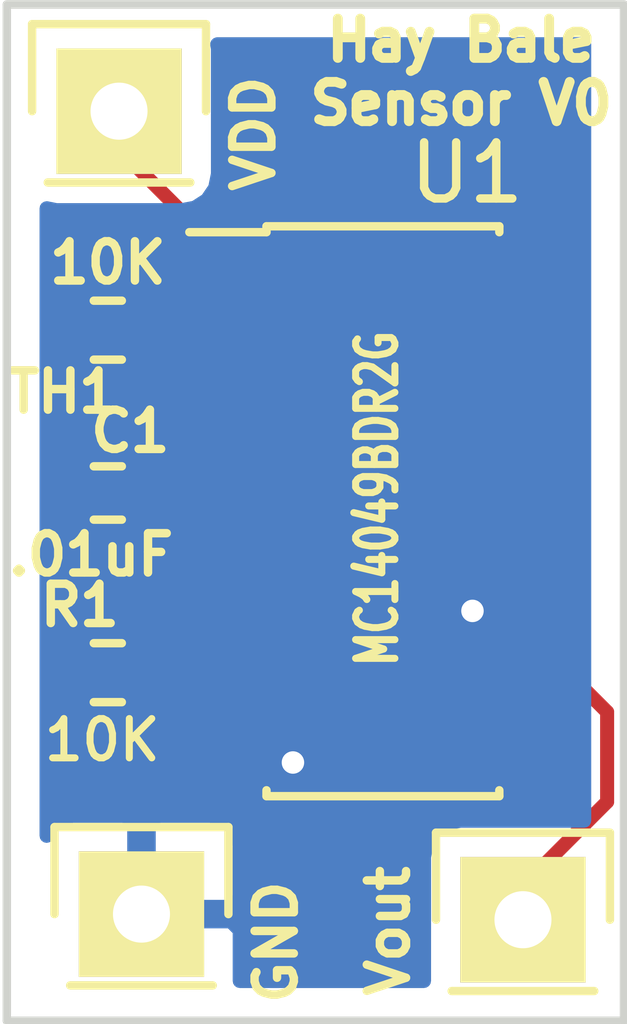
<source format=kicad_pcb>
(kicad_pcb (version 4) (host pcbnew 4.0.1-stable)

  (general
    (links 13)
    (no_connects 0)
    (area 146.324999 100.924999 157.475001 119.175001)
    (thickness 1.6)
    (drawings 5)
    (tracks 39)
    (zones 0)
    (modules 7)
    (nets 13)
  )

  (page A4)
  (layers
    (0 F.Cu signal)
    (31 B.Cu power)
    (32 B.Adhes user)
    (33 F.Adhes user)
    (34 B.Paste user)
    (35 F.Paste user)
    (36 B.SilkS user)
    (37 F.SilkS user)
    (38 B.Mask user)
    (39 F.Mask user)
    (40 Dwgs.User user)
    (41 Cmts.User user)
    (42 Eco1.User user)
    (43 Eco2.User user)
    (44 Edge.Cuts user)
    (45 Margin user)
    (46 B.CrtYd user)
    (47 F.CrtYd user)
    (48 B.Fab user)
    (49 F.Fab user)
  )

  (setup
    (last_trace_width 0.25)
    (trace_clearance 0.2)
    (zone_clearance 0.508)
    (zone_45_only yes)
    (trace_min 0.2)
    (segment_width 0.2)
    (edge_width 0.15)
    (via_size 0.6)
    (via_drill 0.4)
    (via_min_size 0.4)
    (via_min_drill 0.3)
    (uvia_size 0.3)
    (uvia_drill 0.1)
    (uvias_allowed no)
    (uvia_min_size 0.2)
    (uvia_min_drill 0.1)
    (pcb_text_width 0.3)
    (pcb_text_size 1.5 1.5)
    (mod_edge_width 0.15)
    (mod_text_size 1 1)
    (mod_text_width 0.15)
    (pad_size 1.524 1.524)
    (pad_drill 0.762)
    (pad_to_mask_clearance 0.2)
    (aux_axis_origin 0 0)
    (visible_elements 7FFFFFFF)
    (pcbplotparams
      (layerselection 0x00030_80000001)
      (usegerberextensions false)
      (excludeedgelayer true)
      (linewidth 0.100000)
      (plotframeref false)
      (viasonmask false)
      (mode 1)
      (useauxorigin false)
      (hpglpennumber 1)
      (hpglpenspeed 20)
      (hpglpendiameter 15)
      (hpglpenoverlay 2)
      (psnegative false)
      (psa4output false)
      (plotreference true)
      (plotvalue true)
      (plotinvisibletext false)
      (padsonsilk false)
      (subtractmaskfromsilk false)
      (outputformat 1)
      (mirror false)
      (drillshape 1)
      (scaleselection 1)
      (outputdirectory ""))
  )

  (net 0 "")
  (net 1 "Net-(C1-Pad1)")
  (net 2 GND)
  (net 3 "Net-(P1-Pad1)")
  (net 4 VDD)
  (net 5 "Net-(R1-Pad1)")
  (net 6 "Net-(TH1-Pad1)")
  (net 7 "Net-(U1-Pad13)")
  (net 8 "Net-(U1-Pad16)")
  (net 9 "Net-(U1-Pad5)")
  (net 10 "Net-(U1-Pad12)")
  (net 11 "Net-(U1-Pad15)")
  (net 12 "Net-(C1-Pad2)")

  (net_class Default "This is the default net class."
    (clearance 0.2)
    (trace_width 0.25)
    (via_dia 0.6)
    (via_drill 0.4)
    (uvia_dia 0.3)
    (uvia_drill 0.1)
    (add_net GND)
    (add_net "Net-(C1-Pad1)")
    (add_net "Net-(C1-Pad2)")
    (add_net "Net-(P1-Pad1)")
    (add_net "Net-(R1-Pad1)")
    (add_net "Net-(TH1-Pad1)")
    (add_net "Net-(U1-Pad12)")
    (add_net "Net-(U1-Pad13)")
    (add_net "Net-(U1-Pad15)")
    (add_net "Net-(U1-Pad16)")
    (add_net "Net-(U1-Pad5)")
    (add_net VDD)
  )

  (module Capacitors_SMD:C_0402 (layer F.Cu) (tedit 57681AA7) (tstamp 576816D6)
    (at 148.2 109.7 180)
    (descr "Capacitor SMD 0402, reflow soldering, AVX (see smccp.pdf)")
    (tags "capacitor 0402")
    (path /57680C98)
    (attr smd)
    (fp_text reference C1 (at -0.4 1.1 180) (layer F.SilkS)
      (effects (font (size 0.7 0.7) (thickness 0.15)))
    )
    (fp_text value .01uF (at 0.3 -1.1 180) (layer F.SilkS)
      (effects (font (size 0.7 0.7) (thickness 0.15)))
    )
    (fp_line (start -1.15 -0.6) (end 1.15 -0.6) (layer F.CrtYd) (width 0.05))
    (fp_line (start -1.15 0.6) (end 1.15 0.6) (layer F.CrtYd) (width 0.05))
    (fp_line (start -1.15 -0.6) (end -1.15 0.6) (layer F.CrtYd) (width 0.05))
    (fp_line (start 1.15 -0.6) (end 1.15 0.6) (layer F.CrtYd) (width 0.05))
    (fp_line (start 0.25 -0.475) (end -0.25 -0.475) (layer F.SilkS) (width 0.15))
    (fp_line (start -0.25 0.475) (end 0.25 0.475) (layer F.SilkS) (width 0.15))
    (pad 1 smd rect (at -0.55 0 180) (size 0.6 0.5) (layers F.Cu F.Paste F.Mask)
      (net 1 "Net-(C1-Pad1)"))
    (pad 2 smd rect (at 0.55 0 180) (size 0.6 0.5) (layers F.Cu F.Paste F.Mask)
      (net 12 "Net-(C1-Pad2)"))
    (model Capacitors_SMD.3dshapes/C_0402.wrl
      (at (xyz 0 0 0))
      (scale (xyz 1 1 1))
      (rotate (xyz 0 0 0))
    )
  )

  (module Pin_Headers:Pin_Header_Straight_1x01 (layer F.Cu) (tedit 5768277D) (tstamp 576816DB)
    (at 155.6 117.3)
    (descr "Through hole pin header")
    (tags "pin header")
    (path /576827B7)
    (fp_text reference P1 (at -2.3 -2) (layer F.Fab)
      (effects (font (size 1 1) (thickness 0.15)))
    )
    (fp_text value Vout (at -2.4 0.2 90) (layer F.SilkS)
      (effects (font (size 0.7 0.7) (thickness 0.15)))
    )
    (fp_line (start 1.55 -1.55) (end 1.55 0) (layer F.SilkS) (width 0.15))
    (fp_line (start -1.75 -1.75) (end -1.75 1.75) (layer F.CrtYd) (width 0.05))
    (fp_line (start 1.75 -1.75) (end 1.75 1.75) (layer F.CrtYd) (width 0.05))
    (fp_line (start -1.75 -1.75) (end 1.75 -1.75) (layer F.CrtYd) (width 0.05))
    (fp_line (start -1.75 1.75) (end 1.75 1.75) (layer F.CrtYd) (width 0.05))
    (fp_line (start -1.55 0) (end -1.55 -1.55) (layer F.SilkS) (width 0.15))
    (fp_line (start -1.55 -1.55) (end 1.55 -1.55) (layer F.SilkS) (width 0.15))
    (fp_line (start -1.27 1.27) (end 1.27 1.27) (layer F.SilkS) (width 0.15))
    (pad 1 thru_hole rect (at 0 0) (size 2.2352 2.2352) (drill 1.016) (layers *.Cu *.Mask F.SilkS)
      (net 3 "Net-(P1-Pad1)"))
    (model Pin_Headers.3dshapes/Pin_Header_Straight_1x01.wrl
      (at (xyz 0 0 0))
      (scale (xyz 1 1 1))
      (rotate (xyz 0 0 90))
    )
  )

  (module Pin_Headers:Pin_Header_Straight_1x01 (layer F.Cu) (tedit 576827BB) (tstamp 576816E0)
    (at 148.4 102.9)
    (descr "Through hole pin header")
    (tags "pin header")
    (path /57682706)
    (fp_text reference P2 (at 4.2 3) (layer F.Fab)
      (effects (font (size 1 1) (thickness 0.15)))
    )
    (fp_text value VDD (at 2.4 0.4 90) (layer F.SilkS)
      (effects (font (size 0.7 0.7) (thickness 0.15)))
    )
    (fp_line (start 1.55 -1.55) (end 1.55 0) (layer F.SilkS) (width 0.15))
    (fp_line (start -1.75 -1.75) (end -1.75 1.75) (layer F.CrtYd) (width 0.05))
    (fp_line (start 1.75 -1.75) (end 1.75 1.75) (layer F.CrtYd) (width 0.05))
    (fp_line (start -1.75 -1.75) (end 1.75 -1.75) (layer F.CrtYd) (width 0.05))
    (fp_line (start -1.75 1.75) (end 1.75 1.75) (layer F.CrtYd) (width 0.05))
    (fp_line (start -1.55 0) (end -1.55 -1.55) (layer F.SilkS) (width 0.15))
    (fp_line (start -1.55 -1.55) (end 1.55 -1.55) (layer F.SilkS) (width 0.15))
    (fp_line (start -1.27 1.27) (end 1.27 1.27) (layer F.SilkS) (width 0.15))
    (pad 1 thru_hole rect (at 0 0) (size 2.2352 2.2352) (drill 1.016) (layers *.Cu *.Mask F.SilkS)
      (net 4 VDD))
    (model Pin_Headers.3dshapes/Pin_Header_Straight_1x01.wrl
      (at (xyz 0 0 0))
      (scale (xyz 1 1 1))
      (rotate (xyz 0 0 90))
    )
  )

  (module Pin_Headers:Pin_Header_Straight_1x01 (layer F.Cu) (tedit 5768277F) (tstamp 576816E5)
    (at 148.8 117.2)
    (descr "Through hole pin header")
    (tags "pin header")
    (path /5768281A)
    (fp_text reference P3 (at 4.2 -3.2) (layer F.Fab)
      (effects (font (size 1 1) (thickness 0.15)))
    )
    (fp_text value GND (at 2.4 0.5 90) (layer F.SilkS)
      (effects (font (size 0.7 0.7) (thickness 0.15)))
    )
    (fp_line (start 1.55 -1.55) (end 1.55 0) (layer F.SilkS) (width 0.15))
    (fp_line (start -1.75 -1.75) (end -1.75 1.75) (layer F.CrtYd) (width 0.05))
    (fp_line (start 1.75 -1.75) (end 1.75 1.75) (layer F.CrtYd) (width 0.05))
    (fp_line (start -1.75 -1.75) (end 1.75 -1.75) (layer F.CrtYd) (width 0.05))
    (fp_line (start -1.75 1.75) (end 1.75 1.75) (layer F.CrtYd) (width 0.05))
    (fp_line (start -1.55 0) (end -1.55 -1.55) (layer F.SilkS) (width 0.15))
    (fp_line (start -1.55 -1.55) (end 1.55 -1.55) (layer F.SilkS) (width 0.15))
    (fp_line (start -1.27 1.27) (end 1.27 1.27) (layer F.SilkS) (width 0.15))
    (pad 1 thru_hole rect (at 0 0) (size 2.2352 2.2352) (drill 1.016) (layers *.Cu *.Mask F.SilkS)
      (net 2 GND))
    (model Pin_Headers.3dshapes/Pin_Header_Straight_1x01.wrl
      (at (xyz 0 0 0))
      (scale (xyz 1 1 1))
      (rotate (xyz 0 0 90))
    )
  )

  (module Resistors_SMD:R_0402 (layer F.Cu) (tedit 57681A80) (tstamp 576816EB)
    (at 148.2 112.9 180)
    (descr "Resistor SMD 0402, reflow soldering, Vishay (see dcrcw.pdf)")
    (tags "resistor 0402")
    (path /57680AF4)
    (attr smd)
    (fp_text reference R1 (at 0.5 1.2 180) (layer F.SilkS)
      (effects (font (size 0.7 0.7) (thickness 0.15)))
    )
    (fp_text value 10K (at 0.1 -1.2 360) (layer F.SilkS)
      (effects (font (size 0.7 0.7) (thickness 0.125)))
    )
    (fp_line (start -0.95 -0.65) (end 0.95 -0.65) (layer F.CrtYd) (width 0.05))
    (fp_line (start -0.95 0.65) (end 0.95 0.65) (layer F.CrtYd) (width 0.05))
    (fp_line (start -0.95 -0.65) (end -0.95 0.65) (layer F.CrtYd) (width 0.05))
    (fp_line (start 0.95 -0.65) (end 0.95 0.65) (layer F.CrtYd) (width 0.05))
    (fp_line (start 0.25 -0.525) (end -0.25 -0.525) (layer F.SilkS) (width 0.15))
    (fp_line (start -0.25 0.525) (end 0.25 0.525) (layer F.SilkS) (width 0.15))
    (pad 1 smd rect (at -0.45 0 180) (size 0.4 0.6) (layers F.Cu F.Paste F.Mask)
      (net 5 "Net-(R1-Pad1)"))
    (pad 2 smd rect (at 0.45 0 180) (size 0.4 0.6) (layers F.Cu F.Paste F.Mask)
      (net 12 "Net-(C1-Pad2)"))
    (model Resistors_SMD.3dshapes/R_0402.wrl
      (at (xyz 0 0 0))
      (scale (xyz 1 1 1))
      (rotate (xyz 0 0 0))
    )
  )

  (module Resistors_SMD:R_0402 (layer F.Cu) (tedit 57681AA9) (tstamp 576816F1)
    (at 148.2 106.8 180)
    (descr "Resistor SMD 0402, reflow soldering, Vishay (see dcrcw.pdf)")
    (tags "resistor 0402")
    (path /57680BD3)
    (attr smd)
    (fp_text reference TH1 (at 0.8 -1.1 180) (layer F.SilkS)
      (effects (font (size 0.7 0.7) (thickness 0.15)))
    )
    (fp_text value 10K (at 0 1.2 360) (layer F.SilkS)
      (effects (font (size 0.7 0.7) (thickness 0.15)))
    )
    (fp_line (start -0.95 -0.65) (end 0.95 -0.65) (layer F.CrtYd) (width 0.05))
    (fp_line (start -0.95 0.65) (end 0.95 0.65) (layer F.CrtYd) (width 0.05))
    (fp_line (start -0.95 -0.65) (end -0.95 0.65) (layer F.CrtYd) (width 0.05))
    (fp_line (start 0.95 -0.65) (end 0.95 0.65) (layer F.CrtYd) (width 0.05))
    (fp_line (start 0.25 -0.525) (end -0.25 -0.525) (layer F.SilkS) (width 0.15))
    (fp_line (start -0.25 0.525) (end 0.25 0.525) (layer F.SilkS) (width 0.15))
    (pad 1 smd rect (at -0.45 0 180) (size 0.4 0.6) (layers F.Cu F.Paste F.Mask)
      (net 6 "Net-(TH1-Pad1)"))
    (pad 2 smd rect (at 0.45 0 180) (size 0.4 0.6) (layers F.Cu F.Paste F.Mask)
      (net 12 "Net-(C1-Pad2)"))
    (model Resistors_SMD.3dshapes/R_0402.wrl
      (at (xyz 0 0 0))
      (scale (xyz 1 1 1))
      (rotate (xyz 0 0 0))
    )
  )

  (module Housings_SOIC:SOIC-16_3.9x9.9mm_Pitch1.27mm (layer F.Cu) (tedit 57681ACF) (tstamp 57681705)
    (at 153.103571 110.025)
    (descr "16-Lead Plastic Small Outline (SL) - Narrow, 3.90 mm Body [SOIC] (see Microchip Packaging Specification 00000049BS.pdf)")
    (tags "SOIC 1.27")
    (path /576815FB)
    (attr smd)
    (fp_text reference U1 (at 1.496429 -6.025) (layer F.SilkS)
      (effects (font (size 1 1) (thickness 0.15)))
    )
    (fp_text value MC14049BDR2G (at -0.103571 -0.225 90) (layer F.SilkS)
      (effects (font (size 0.7 0.5) (thickness 0.125)))
    )
    (fp_line (start -3.7 -5.25) (end -3.7 5.25) (layer F.CrtYd) (width 0.05))
    (fp_line (start 3.7 -5.25) (end 3.7 5.25) (layer F.CrtYd) (width 0.05))
    (fp_line (start -3.7 -5.25) (end 3.7 -5.25) (layer F.CrtYd) (width 0.05))
    (fp_line (start -3.7 5.25) (end 3.7 5.25) (layer F.CrtYd) (width 0.05))
    (fp_line (start -2.075 -5.075) (end -2.075 -4.97) (layer F.SilkS) (width 0.15))
    (fp_line (start 2.075 -5.075) (end 2.075 -4.97) (layer F.SilkS) (width 0.15))
    (fp_line (start 2.075 5.075) (end 2.075 4.97) (layer F.SilkS) (width 0.15))
    (fp_line (start -2.075 5.075) (end -2.075 4.97) (layer F.SilkS) (width 0.15))
    (fp_line (start -2.075 -5.075) (end 2.075 -5.075) (layer F.SilkS) (width 0.15))
    (fp_line (start -2.075 5.075) (end 2.075 5.075) (layer F.SilkS) (width 0.15))
    (fp_line (start -2.075 -4.97) (end -3.45 -4.97) (layer F.SilkS) (width 0.15))
    (pad 1 smd rect (at -2.7 -4.445) (size 1.5 0.6) (layers F.Cu F.Paste F.Mask)
      (net 4 VDD))
    (pad 2 smd rect (at -2.7 -3.175) (size 1.5 0.6) (layers F.Cu F.Paste F.Mask)
      (net 6 "Net-(TH1-Pad1)"))
    (pad 3 smd rect (at -2.7 -1.905) (size 1.5 0.6) (layers F.Cu F.Paste F.Mask)
      (net 1 "Net-(C1-Pad1)"))
    (pad 4 smd rect (at -2.7 -0.635) (size 1.5 0.6) (layers F.Cu F.Paste F.Mask)
      (net 1 "Net-(C1-Pad1)"))
    (pad 5 smd rect (at -2.7 0.635) (size 1.5 0.6) (layers F.Cu F.Paste F.Mask)
      (net 9 "Net-(U1-Pad5)"))
    (pad 6 smd rect (at -2.7 1.905) (size 1.5 0.6) (layers F.Cu F.Paste F.Mask)
      (net 9 "Net-(U1-Pad5)"))
    (pad 7 smd rect (at -2.7 3.175) (size 1.5 0.6) (layers F.Cu F.Paste F.Mask)
      (net 5 "Net-(R1-Pad1)"))
    (pad 8 smd rect (at -2.7 4.445) (size 1.5 0.6) (layers F.Cu F.Paste F.Mask)
      (net 2 GND))
    (pad 9 smd rect (at 2.7 4.445) (size 1.5 0.6) (layers F.Cu F.Paste F.Mask)
      (net 9 "Net-(U1-Pad5)"))
    (pad 10 smd rect (at 2.7 3.175) (size 1.5 0.6) (layers F.Cu F.Paste F.Mask)
      (net 3 "Net-(P1-Pad1)"))
    (pad 11 smd rect (at 2.7 1.905) (size 1.5 0.6) (layers F.Cu F.Paste F.Mask)
      (net 2 GND))
    (pad 12 smd rect (at 2.7 0.635) (size 1.5 0.6) (layers F.Cu F.Paste F.Mask)
      (net 10 "Net-(U1-Pad12)"))
    (pad 13 smd rect (at 2.7 -0.635) (size 1.5 0.6) (layers F.Cu F.Paste F.Mask)
      (net 7 "Net-(U1-Pad13)"))
    (pad 14 smd rect (at 2.7 -1.905) (size 1.5 0.6) (layers F.Cu F.Paste F.Mask)
      (net 10 "Net-(U1-Pad12)"))
    (pad 15 smd rect (at 2.7 -3.175) (size 1.5 0.6) (layers F.Cu F.Paste F.Mask)
      (net 11 "Net-(U1-Pad15)"))
    (pad 16 smd rect (at 2.7 -4.445) (size 1.5 0.6) (layers F.Cu F.Paste F.Mask)
      (net 8 "Net-(U1-Pad16)"))
    (model Housings_SOIC.3dshapes/SOIC-16_3.9x9.9mm_Pitch1.27mm.wrl
      (at (xyz 0 0 0))
      (scale (xyz 1 1 1))
      (rotate (xyz 0 0 0))
    )
  )

  (gr_text "Hay Bale\nSensor V0" (at 154.5 102.2) (layer F.SilkS)
    (effects (font (size 0.7 0.7) (thickness 0.175)))
  )
  (gr_line (start 157.4 101) (end 146.4 101) (angle 90) (layer Edge.Cuts) (width 0.15))
  (gr_line (start 157.4 119.1) (end 157.4 101) (angle 90) (layer Edge.Cuts) (width 0.15))
  (gr_line (start 146.4 119.1) (end 157.4 119.1) (angle 90) (layer Edge.Cuts) (width 0.15))
  (gr_line (start 146.4 101) (end 146.4 119.1) (angle 90) (layer Edge.Cuts) (width 0.15))

  (segment (start 150.403571 108.12) (end 150.403571 109.39) (width 0.25) (layer F.Cu) (net 1))
  (segment (start 148.75 109.7) (end 150.093571 109.7) (width 0.25) (layer F.Cu) (net 1))
  (segment (start 150.093571 109.7) (end 150.403571 109.39) (width 0.25) (layer F.Cu) (net 1) (tstamp 57681C40))
  (segment (start 150.403571 114.47) (end 151.47 114.47) (width 0.25) (layer F.Cu) (net 2))
  (via (at 151.5 114.5) (size 0.6) (drill 0.4) (layers F.Cu B.Cu) (net 2))
  (segment (start 151.47 114.47) (end 151.5 114.5) (width 0.25) (layer F.Cu) (net 2) (tstamp 57681C58))
  (segment (start 155.803571 111.93) (end 154.83 111.93) (width 0.25) (layer F.Cu) (net 2))
  (via (at 154.7 111.8) (size 0.6) (drill 0.4) (layers F.Cu B.Cu) (net 2))
  (segment (start 154.83 111.93) (end 154.7 111.8) (width 0.25) (layer F.Cu) (net 2) (tstamp 57681C4E))
  (segment (start 150.273571 114.6) (end 150.403571 114.47) (width 0.25) (layer F.Cu) (net 2) (tstamp 57681BD9))
  (segment (start 155.6 117.3) (end 155.6 116.7) (width 0.25) (layer F.Cu) (net 3))
  (segment (start 155.6 116.7) (end 157.1 115.2) (width 0.25) (layer F.Cu) (net 3) (tstamp 57681C0B))
  (segment (start 157.1 115.2) (end 157.1 113.6) (width 0.25) (layer F.Cu) (net 3) (tstamp 57681C17))
  (segment (start 157.1 113.6) (end 156.7 113.2) (width 0.25) (layer F.Cu) (net 3) (tstamp 57681C1A))
  (segment (start 156.7 113.2) (end 155.803571 113.2) (width 0.25) (layer F.Cu) (net 3) (tstamp 57681C1B))
  (segment (start 148.4 102.9) (end 148.4 103.576429) (width 0.25) (layer F.Cu) (net 4))
  (segment (start 148.4 103.576429) (end 150.403571 105.58) (width 0.25) (layer F.Cu) (net 4) (tstamp 57681C06))
  (segment (start 148.65 112.9) (end 150.103571 112.9) (width 0.25) (layer F.Cu) (net 5))
  (segment (start 150.103571 112.9) (end 150.403571 113.2) (width 0.25) (layer F.Cu) (net 5) (tstamp 57681C3B))
  (segment (start 148.65 106.8) (end 150.353571 106.8) (width 0.25) (layer F.Cu) (net 6))
  (segment (start 150.353571 106.8) (end 150.403571 106.85) (width 0.25) (layer F.Cu) (net 6) (tstamp 57681C45))
  (segment (start 150.403571 110.66) (end 150.403571 111.93) (width 0.25) (layer F.Cu) (net 9))
  (segment (start 155.803571 114.47) (end 155.27 114.47) (width 0.25) (layer F.Cu) (net 9))
  (segment (start 155.27 114.47) (end 152.73 111.93) (width 0.25) (layer F.Cu) (net 9) (tstamp 57681C2D))
  (segment (start 152.73 111.93) (end 150.403571 111.93) (width 0.25) (layer F.Cu) (net 9) (tstamp 57681C33))
  (segment (start 155.803571 110.66) (end 154.46 110.66) (width 0.25) (layer F.Cu) (net 10))
  (segment (start 154.78 108.12) (end 155.803571 108.12) (width 0.25) (layer F.Cu) (net 10) (tstamp 57681CA7))
  (segment (start 154.2 108.7) (end 154.78 108.12) (width 0.25) (layer F.Cu) (net 10) (tstamp 57681CA6))
  (segment (start 154.2 110.4) (end 154.2 108.7) (width 0.25) (layer F.Cu) (net 10) (tstamp 57681CA5))
  (segment (start 154.46 110.66) (end 154.2 110.4) (width 0.25) (layer F.Cu) (net 10) (tstamp 57681CA2))
  (segment (start 147.65 110.3) (end 147.65 112.8) (width 0.25) (layer F.Cu) (net 12))
  (segment (start 147.65 112.8) (end 147.75 112.9) (width 0.25) (layer F.Cu) (net 12) (tstamp 576C0BCF))
  (segment (start 147.75 107.5) (end 147.75 109.6) (width 0.25) (layer F.Cu) (net 12))
  (segment (start 147.75 109.6) (end 147.65 109.7) (width 0.25) (layer F.Cu) (net 12) (tstamp 576C0BCA))
  (segment (start 147.75 107.65) (end 147.8 107.7) (width 0.25) (layer F.Cu) (net 12) (tstamp 576829BC))
  (segment (start 147.75 106.8) (end 147.75 107.5) (width 0.25) (layer F.Cu) (net 12))
  (segment (start 147.75 107.5) (end 147.75 107.65) (width 0.25) (layer F.Cu) (net 12) (tstamp 576C0BC8))
  (segment (start 147.65 110.15) (end 147.65 110.3) (width 0.25) (layer F.Cu) (net 12))
  (segment (start 147.65 109.7) (end 147.65 110.15) (width 0.25) (layer F.Cu) (net 12))

  (zone (net 2) (net_name GND) (layer B.Cu) (tstamp 57681BB1) (hatch edge 0.508)
    (connect_pads (clearance 0.508))
    (min_thickness 0.254)
    (fill yes (arc_segments 16) (thermal_gap 0.508) (thermal_bridge_width 0.508))
    (polygon
      (pts
        (xy 157.4 119.1) (xy 146.4 119.1) (xy 146.4 101) (xy 157.4 101) (xy 157.4 119.1)
      )
    )
    (filled_polygon
      (pts
        (xy 156.69 115.53496) (xy 154.4824 115.53496) (xy 154.247083 115.579238) (xy 154.030959 115.71831) (xy 153.885969 115.93051)
        (xy 153.83496 116.1824) (xy 153.83496 118.39) (xy 150.5526 118.39) (xy 150.5526 117.48575) (xy 150.39385 117.327)
        (xy 148.927 117.327) (xy 148.927 117.347) (xy 148.673 117.347) (xy 148.673 117.327) (xy 148.653 117.327)
        (xy 148.653 117.073) (xy 148.673 117.073) (xy 148.673 115.60615) (xy 148.927 115.60615) (xy 148.927 117.073)
        (xy 150.39385 117.073) (xy 150.5526 116.91425) (xy 150.5526 115.95609) (xy 150.455927 115.722701) (xy 150.277298 115.544073)
        (xy 150.043909 115.4474) (xy 149.08575 115.4474) (xy 148.927 115.60615) (xy 148.673 115.60615) (xy 148.51425 115.4474)
        (xy 147.556091 115.4474) (xy 147.322702 115.544073) (xy 147.144073 115.722701) (xy 147.11 115.80496) (xy 147.11 104.630128)
        (xy 147.2824 104.66504) (xy 149.5176 104.66504) (xy 149.752917 104.620762) (xy 149.969041 104.48169) (xy 150.114031 104.26949)
        (xy 150.16504 104.0176) (xy 150.16504 101.7824) (xy 150.151417 101.71) (xy 156.69 101.71)
      )
    )
  )
)

</source>
